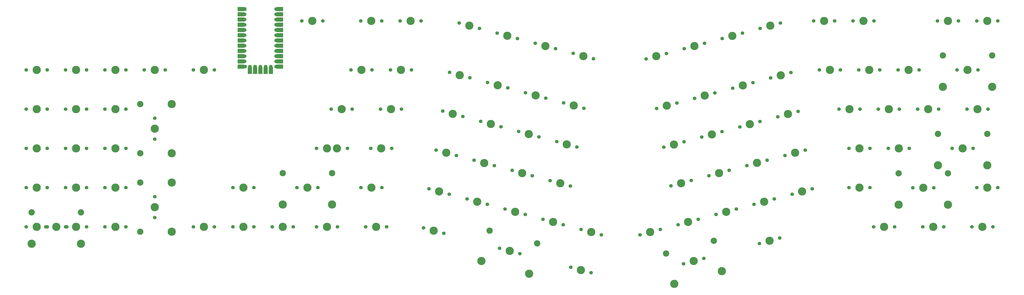
<source format=gbr>
%TF.GenerationSoftware,KiCad,Pcbnew,(5.1.10)-1*%
%TF.CreationDate,2021-06-20T14:11:50-07:00*%
%TF.ProjectId,HSC_Alice,4853435f-416c-4696-9365-2e6b69636164,rev?*%
%TF.SameCoordinates,Original*%
%TF.FileFunction,Soldermask,Top*%
%TF.FilePolarity,Negative*%
%FSLAX46Y46*%
G04 Gerber Fmt 4.6, Leading zero omitted, Abs format (unit mm)*
G04 Created by KiCad (PCBNEW (5.1.10)-1) date 2021-06-20 14:11:50*
%MOMM*%
%LPD*%
G01*
G04 APERTURE LIST*
%ADD10C,1.750000*%
%ADD11C,3.987800*%
%ADD12C,3.048000*%
%ADD13R,2.000000X3.250000*%
%ADD14R,3.250000X2.000000*%
%ADD15C,1.752600*%
%ADD16R,1.752600X1.752600*%
G04 APERTURE END LIST*
D10*
%TO.C,MX16*%
X-613283000Y-145288000D03*
X-623443000Y-145288000D03*
D11*
X-618363000Y-145288000D03*
%TD*%
D10*
%TO.C,MX54*%
X-388018055Y-186622695D03*
X-397831861Y-183993093D03*
D11*
X-392924958Y-185307894D03*
%TD*%
%TO.C,MX95*%
X-215207600Y-153593800D03*
X-239083600Y-153593800D03*
D12*
X-215207600Y-138353800D03*
X-239083600Y-138353800D03*
D10*
X-222065600Y-145338800D03*
X-232225600Y-145338800D03*
D11*
X-227145600Y-145338800D03*
%TD*%
D10*
%TO.C,MX105*%
X-195878200Y-107213400D03*
X-206038200Y-107213400D03*
D11*
X-200958200Y-107213400D03*
%TD*%
%TO.C,MX48*%
X-418061929Y-187128299D03*
X-441124374Y-180948736D03*
D12*
X-414117526Y-172407590D03*
X-437179971Y-166228026D03*
D10*
X-422549697Y-177379601D03*
X-432363503Y-174749999D03*
D11*
X-427456600Y-176064800D03*
%TD*%
%TO.C,MX29*%
X-513461000Y-153543000D03*
X-537337000Y-153543000D03*
D12*
X-513461000Y-138303000D03*
X-537337000Y-138303000D03*
D10*
X-520319000Y-145288000D03*
X-530479000Y-145288000D03*
D11*
X-525399000Y-145288000D03*
%TD*%
D10*
%TO.C,MX28*%
X-505968000Y-126238000D03*
X-516128000Y-126238000D03*
D11*
X-511048000Y-126238000D03*
%TD*%
D10*
%TO.C,MX6*%
X-651383000Y-164338000D03*
X-661543000Y-164338000D03*
D11*
X-656463000Y-164338000D03*
%TD*%
D13*
%TO.C,U2*%
X-543077400Y-88442800D03*
X-545617400Y-88442800D03*
X-548157400Y-88442800D03*
X-550697400Y-88442800D03*
X-553237400Y-88442800D03*
D14*
X-538759400Y-58597800D03*
X-538759400Y-61137800D03*
X-538759400Y-63677800D03*
X-538759400Y-66217800D03*
X-538759400Y-68757800D03*
X-538759400Y-71297800D03*
X-538759400Y-73837800D03*
X-538759400Y-76377800D03*
X-538759400Y-78917800D03*
X-538759400Y-81457800D03*
X-538759400Y-83997800D03*
X-538759400Y-86537800D03*
X-557555400Y-86537800D03*
X-557555400Y-83997800D03*
X-557555400Y-81457800D03*
X-557555400Y-78917800D03*
X-557555400Y-76377800D03*
X-557555400Y-73837800D03*
X-557555400Y-71297800D03*
X-557555400Y-68757800D03*
X-557555400Y-66217800D03*
X-557555400Y-63677800D03*
X-557555400Y-61137800D03*
X-557555400Y-58597800D03*
D15*
X-553237400Y-86537800D03*
X-550697400Y-86537800D03*
X-548157400Y-86537800D03*
X-545617400Y-86537800D03*
X-543077400Y-86537800D03*
X-540537400Y-58597800D03*
X-555548800Y-86537800D03*
X-540537400Y-61137800D03*
X-540537400Y-63677800D03*
X-540537400Y-66217800D03*
X-540537400Y-68757800D03*
X-540537400Y-71297800D03*
X-540537400Y-73837800D03*
X-540537400Y-76377800D03*
X-540537400Y-78917800D03*
X-540537400Y-81457800D03*
X-540537400Y-83997800D03*
X-540537400Y-86537800D03*
X-555777400Y-83997800D03*
X-555777400Y-81457800D03*
X-555777400Y-78917800D03*
X-555777400Y-76377800D03*
X-555777400Y-73837800D03*
X-555777400Y-71297800D03*
X-555777400Y-68757800D03*
X-555777400Y-66217800D03*
X-555777400Y-63677800D03*
X-555777400Y-61137800D03*
D16*
X-555777400Y-58597800D03*
%TD*%
D11*
%TO.C,MX104*%
X-193795400Y-96393000D03*
X-217671400Y-96393000D03*
D12*
X-193795400Y-81153000D03*
X-217671400Y-81153000D03*
D10*
X-200653400Y-88138000D03*
X-210813400Y-88138000D03*
D11*
X-205733400Y-88138000D03*
%TD*%
D10*
%TO.C,MX103*%
X-191103000Y-64325500D03*
X-201263000Y-64325500D03*
D11*
X-196183000Y-64325500D03*
%TD*%
D10*
%TO.C,MX102*%
X-191103000Y-145288000D03*
X-201263000Y-145288000D03*
D11*
X-196183000Y-145288000D03*
%TD*%
%TO.C,MX101*%
X-196163400Y-134493000D03*
X-220039400Y-134493000D03*
D12*
X-196163400Y-119253000D03*
X-220039400Y-119253000D03*
D10*
X-203021400Y-126238000D03*
X-213181400Y-126238000D03*
D11*
X-208101400Y-126238000D03*
%TD*%
D10*
%TO.C,MX99*%
X-219703400Y-107213400D03*
X-229863400Y-107213400D03*
D11*
X-224783400Y-107213400D03*
%TD*%
D10*
%TO.C,MX98*%
X-229228400Y-88163400D03*
X-239388400Y-88163400D03*
D11*
X-234308400Y-88163400D03*
%TD*%
D10*
%TO.C,MX97*%
X-210153000Y-64325500D03*
X-220313000Y-64325500D03*
D11*
X-215233000Y-64325500D03*
%TD*%
D10*
%TO.C,MX96*%
X-193469000Y-164363400D03*
X-203629000Y-164363400D03*
D11*
X-198549000Y-164363400D03*
%TD*%
D10*
%TO.C,MX94*%
X-233952800Y-126212600D03*
X-244112800Y-126212600D03*
D11*
X-239032800Y-126212600D03*
%TD*%
D10*
%TO.C,MX93*%
X-238753400Y-107213400D03*
X-248913400Y-107213400D03*
D11*
X-243833400Y-107213400D03*
%TD*%
D10*
%TO.C,MX92*%
X-248278400Y-88163400D03*
X-258438400Y-88163400D03*
D11*
X-253358400Y-88163400D03*
%TD*%
D10*
%TO.C,MX91*%
X-251021600Y-64325500D03*
X-261181600Y-64325500D03*
D11*
X-256101600Y-64325500D03*
%TD*%
D10*
%TO.C,MX90*%
X-217268800Y-164363400D03*
X-227428800Y-164363400D03*
D11*
X-222348800Y-164363400D03*
%TD*%
D10*
%TO.C,MX89*%
X-253028200Y-145262600D03*
X-263188200Y-145262600D03*
D11*
X-258108200Y-145262600D03*
%TD*%
D10*
%TO.C,MX88*%
X-253002800Y-126212600D03*
X-263162800Y-126212600D03*
D11*
X-258082800Y-126212600D03*
%TD*%
D10*
%TO.C,MX87*%
X-257828800Y-107213400D03*
X-267988800Y-107213400D03*
D11*
X-262908800Y-107213400D03*
%TD*%
D10*
%TO.C,MX86*%
X-267328400Y-88163400D03*
X-277488400Y-88163400D03*
D11*
X-272408400Y-88163400D03*
%TD*%
D10*
%TO.C,MX85*%
X-270071600Y-64325500D03*
X-280231600Y-64325500D03*
D11*
X-275151600Y-64325500D03*
%TD*%
D10*
%TO.C,MX84*%
X-241064800Y-164363400D03*
X-251224800Y-164363400D03*
D11*
X-246144800Y-164363400D03*
%TD*%
D10*
%TO.C,MX83*%
X-280909009Y-145870199D03*
X-290722815Y-148499801D03*
D11*
X-285815912Y-147185000D03*
%TD*%
D10*
%TO.C,MX82*%
X-284368439Y-127044493D03*
X-294182245Y-129674095D03*
D11*
X-289275342Y-128359294D03*
%TD*%
D10*
%TO.C,MX81*%
X-287822839Y-108248493D03*
X-297636645Y-110878095D03*
D11*
X-292729742Y-109563294D03*
%TD*%
D10*
%TO.C,MX80*%
X-291277239Y-89427093D03*
X-301091045Y-92056695D03*
D11*
X-296184142Y-90741894D03*
%TD*%
D10*
%TO.C,MX79*%
X-296336889Y-65350293D03*
X-306150695Y-67979895D03*
D11*
X-301243792Y-66665094D03*
%TD*%
D10*
%TO.C,MX78*%
X-296670124Y-169799194D03*
X-306483930Y-172428796D03*
D11*
X-301577027Y-171113995D03*
%TD*%
D10*
%TO.C,MX77*%
X-299309895Y-150800701D03*
X-309123701Y-153430303D03*
D11*
X-304216798Y-152115502D03*
%TD*%
D10*
%TO.C,MX76*%
X-302769325Y-131974995D03*
X-312583131Y-134604597D03*
D11*
X-307676228Y-133289796D03*
%TD*%
D10*
%TO.C,MX75*%
X-306223725Y-113178995D03*
X-316037531Y-115808597D03*
D11*
X-311130628Y-114493796D03*
%TD*%
D10*
%TO.C,MX74*%
X-309678125Y-94357595D03*
X-319491931Y-96987197D03*
D11*
X-314585028Y-95672396D03*
%TD*%
D10*
%TO.C,MX73*%
X-314737775Y-70280795D03*
X-324551581Y-72910397D03*
D11*
X-319644678Y-71595596D03*
%TD*%
%TO.C,MX72*%
X-324711026Y-185858936D03*
X-347773471Y-192038499D03*
D12*
X-328655429Y-171138226D03*
X-351717874Y-177317790D03*
D10*
X-333471897Y-179660199D03*
X-343285703Y-182289801D03*
D11*
X-338378800Y-180975000D03*
%TD*%
D10*
%TO.C,MX71*%
X-317710781Y-155731203D03*
X-327524587Y-158360805D03*
D11*
X-322617684Y-157046004D03*
%TD*%
D10*
%TO.C,MX70*%
X-321170211Y-136905497D03*
X-330984017Y-139535099D03*
D11*
X-326077114Y-138220298D03*
%TD*%
D10*
%TO.C,MX69*%
X-324624611Y-118109497D03*
X-334438417Y-120739099D03*
D11*
X-329531514Y-119424298D03*
%TD*%
D10*
%TO.C,MX68*%
X-328079011Y-99288097D03*
X-337892817Y-101917699D03*
D11*
X-332985914Y-100602898D03*
%TD*%
D10*
%TO.C,MX67*%
X-333138661Y-75211297D03*
X-342952467Y-77840899D03*
D11*
X-338045564Y-76526098D03*
%TD*%
D10*
%TO.C,MX66*%
X-354512553Y-165592207D03*
X-364326359Y-168221809D03*
D11*
X-359419456Y-166907008D03*
%TD*%
D10*
%TO.C,MX65*%
X-336111667Y-160661705D03*
X-345925473Y-163291307D03*
D11*
X-341018570Y-161976506D03*
%TD*%
%TO.C,MX64*%
X-344478000Y-143150800D03*
D10*
X-349384903Y-144465601D03*
X-339571097Y-141835999D03*
%TD*%
D11*
%TO.C,MX63*%
X-347932400Y-124354800D03*
D10*
X-352839303Y-125669601D03*
X-343025497Y-123039999D03*
%TD*%
%TO.C,MX62*%
X-346479897Y-104218599D03*
X-356293703Y-106848201D03*
D11*
X-351386800Y-105533400D03*
%TD*%
D10*
%TO.C,MX61*%
X-351539547Y-80141799D03*
X-361353353Y-82771401D03*
D11*
X-356446450Y-81456600D03*
%TD*%
D10*
%TO.C,MX60*%
X-383087553Y-168221809D03*
X-392901359Y-165592207D03*
D11*
X-387994456Y-166907008D03*
%TD*%
D10*
%TO.C,MX59*%
X-401488439Y-163291307D03*
X-411302245Y-160661705D03*
D11*
X-406395342Y-161976506D03*
%TD*%
D10*
%TO.C,MX58*%
X-398059439Y-144495307D03*
X-407873245Y-141865705D03*
D11*
X-402966342Y-143180506D03*
%TD*%
D10*
%TO.C,MX57*%
X-394871202Y-125572307D03*
X-404685008Y-122942705D03*
D11*
X-399778105Y-124257506D03*
%TD*%
D10*
%TO.C,MX56*%
X-391563205Y-106759304D03*
X-401377011Y-104129702D03*
D11*
X-396470108Y-105444503D03*
%TD*%
D10*
%TO.C,MX55*%
X-386864205Y-82756804D03*
X-396678011Y-80127202D03*
D11*
X-391771108Y-81442003D03*
%TD*%
D10*
%TO.C,MX53*%
X-419889325Y-158360805D03*
X-429703131Y-155731203D03*
D11*
X-424796228Y-157046004D03*
%TD*%
D10*
%TO.C,MX52*%
X-416460325Y-139564805D03*
X-426274131Y-136935203D03*
D11*
X-421367228Y-138250004D03*
%TD*%
D10*
%TO.C,MX51*%
X-413272088Y-120641805D03*
X-423085894Y-118012203D03*
D11*
X-418178991Y-119327004D03*
%TD*%
D10*
%TO.C,MX50*%
X-409964091Y-101828802D03*
X-419777897Y-99199200D03*
D11*
X-414870994Y-100514001D03*
%TD*%
D10*
%TO.C,MX49*%
X-405265091Y-77826302D03*
X-415078897Y-75196700D03*
D11*
X-410171994Y-76511501D03*
%TD*%
%TO.C,MX47*%
X-443197114Y-152115502D03*
D10*
X-448104017Y-150800701D03*
X-438290211Y-153430303D03*
%TD*%
D11*
%TO.C,MX46*%
X-439768114Y-133319502D03*
D10*
X-444675017Y-132004701D03*
X-434861211Y-134634303D03*
%TD*%
D11*
%TO.C,MX45*%
X-436579877Y-114396502D03*
D10*
X-441486780Y-113081701D03*
X-431672974Y-115711303D03*
%TD*%
%TO.C,MX44*%
X-428364977Y-96898300D03*
X-438178783Y-94268698D03*
D11*
X-433271880Y-95583499D03*
%TD*%
D10*
%TO.C,MX43*%
X-423665977Y-72895800D03*
X-433479783Y-70266198D03*
D11*
X-428572880Y-71580999D03*
%TD*%
D10*
%TO.C,MX42*%
X-459379697Y-167499001D03*
X-469193503Y-164869399D03*
D11*
X-464286600Y-166184200D03*
%TD*%
D10*
%TO.C,MX41*%
X-456691097Y-148499801D03*
X-466504903Y-145870199D03*
D11*
X-461598000Y-147185000D03*
%TD*%
D10*
%TO.C,MX40*%
X-453262097Y-129703801D03*
X-463075903Y-127074199D03*
D11*
X-458169000Y-128389000D03*
%TD*%
D10*
%TO.C,MX39*%
X-450073860Y-110780801D03*
X-459887666Y-108151199D03*
D11*
X-454980763Y-109466000D03*
%TD*%
D10*
%TO.C,MX38*%
X-446765863Y-91967798D03*
X-456579669Y-89338196D03*
D11*
X-451672766Y-90652997D03*
%TD*%
D10*
%TO.C,MX37*%
X-442066863Y-67965298D03*
X-451880669Y-65335696D03*
D11*
X-446973766Y-66650497D03*
%TD*%
D10*
%TO.C,MX36*%
X-487045000Y-164338000D03*
X-497205000Y-164338000D03*
D11*
X-492125000Y-164338000D03*
%TD*%
D10*
%TO.C,MX35*%
X-489331000Y-145288000D03*
X-499491000Y-145288000D03*
D11*
X-494411000Y-145288000D03*
%TD*%
D10*
%TO.C,MX34*%
X-484568500Y-126238000D03*
X-494728500Y-126238000D03*
D11*
X-489648500Y-126238000D03*
%TD*%
D10*
%TO.C,MX33*%
X-479806000Y-107188000D03*
X-489966000Y-107188000D03*
D11*
X-484886000Y-107188000D03*
%TD*%
D10*
%TO.C,MX32*%
X-475043500Y-88138000D03*
X-485203500Y-88138000D03*
D11*
X-480123500Y-88138000D03*
%TD*%
D10*
%TO.C,MX31*%
X-470344500Y-64325500D03*
X-480504500Y-64325500D03*
D11*
X-475424500Y-64325500D03*
%TD*%
D10*
%TO.C,MX30*%
X-510794000Y-164338000D03*
X-520954000Y-164338000D03*
D11*
X-515874000Y-164338000D03*
%TD*%
D10*
%TO.C,MX28*%
X-510794000Y-126238000D03*
X-520954000Y-126238000D03*
D11*
X-515874000Y-126238000D03*
%TD*%
D10*
%TO.C,MX27*%
X-503682000Y-107188000D03*
X-513842000Y-107188000D03*
D11*
X-508762000Y-107188000D03*
%TD*%
D10*
%TO.C,MX26*%
X-494157000Y-88138000D03*
X-504317000Y-88138000D03*
D11*
X-499237000Y-88138000D03*
%TD*%
D10*
%TO.C,MX25*%
X-489394500Y-64325500D03*
X-499554500Y-64325500D03*
D11*
X-494474500Y-64325500D03*
%TD*%
D10*
%TO.C,MX24*%
X-532257000Y-164338000D03*
X-542417000Y-164338000D03*
D11*
X-537337000Y-164338000D03*
%TD*%
D10*
%TO.C,MX23*%
X-551307000Y-164338000D03*
X-561467000Y-164338000D03*
D11*
X-556387000Y-164338000D03*
%TD*%
D10*
%TO.C,MX22*%
X-570420500Y-164338000D03*
X-580580500Y-164338000D03*
D11*
X-575500500Y-164338000D03*
%TD*%
D10*
%TO.C,MX21*%
X-551307000Y-145288000D03*
X-561467000Y-145288000D03*
D11*
X-556387000Y-145288000D03*
%TD*%
D10*
%TO.C,MX20*%
X-570420500Y-88138000D03*
X-580580500Y-88138000D03*
D11*
X-575500500Y-88138000D03*
%TD*%
D10*
%TO.C,MX19*%
X-517969500Y-64325500D03*
X-528129500Y-64325500D03*
D11*
X-523049500Y-64325500D03*
%TD*%
%TO.C,MX18*%
X-591058000Y-142875000D03*
X-591058000Y-166751000D03*
D12*
X-606298000Y-142875000D03*
X-606298000Y-166751000D03*
D10*
X-599313000Y-149733000D03*
X-599313000Y-159893000D03*
D11*
X-599313000Y-154813000D03*
%TD*%
D10*
%TO.C,MX17*%
X-613283000Y-164338000D03*
X-623443000Y-164338000D03*
D11*
X-618363000Y-164338000D03*
%TD*%
D10*
%TO.C,MX15*%
X-613283000Y-126238000D03*
X-623443000Y-126238000D03*
D11*
X-618363000Y-126238000D03*
%TD*%
%TO.C,MX14*%
X-591058000Y-104775000D03*
X-591058000Y-128651000D03*
D12*
X-606298000Y-104775000D03*
X-606298000Y-128651000D03*
D10*
X-599313000Y-111633000D03*
X-599313000Y-121793000D03*
D11*
X-599313000Y-116713000D03*
%TD*%
D10*
%TO.C,MX13*%
X-594233000Y-88138000D03*
X-604393000Y-88138000D03*
D11*
X-599313000Y-88138000D03*
%TD*%
D10*
%TO.C,MX12*%
X-632333000Y-164338000D03*
X-642493000Y-164338000D03*
D11*
X-637413000Y-164338000D03*
%TD*%
D10*
%TO.C,MX11*%
X-632333000Y-145288000D03*
X-642493000Y-145288000D03*
D11*
X-637413000Y-145288000D03*
%TD*%
D10*
%TO.C,MX10*%
X-632333000Y-126238000D03*
X-642493000Y-126238000D03*
D11*
X-637413000Y-126238000D03*
%TD*%
D10*
%TO.C,MX9*%
X-632333000Y-107188000D03*
X-642493000Y-107188000D03*
D11*
X-637413000Y-107188000D03*
%TD*%
D10*
%TO.C,MX8*%
X-613283000Y-107188000D03*
X-623443000Y-107188000D03*
D11*
X-618363000Y-107188000D03*
%TD*%
D10*
%TO.C,MX7*%
X-613283000Y-88138000D03*
X-623443000Y-88138000D03*
D11*
X-618363000Y-88138000D03*
%TD*%
%TO.C,MX6*%
X-635000000Y-172593000D03*
X-658876000Y-172593000D03*
D12*
X-635000000Y-157353000D03*
X-658876000Y-157353000D03*
D10*
X-641858000Y-164338000D03*
X-652018000Y-164338000D03*
D11*
X-646938000Y-164338000D03*
%TD*%
D10*
%TO.C,MX5*%
X-651383000Y-145288000D03*
X-661543000Y-145288000D03*
D11*
X-656463000Y-145288000D03*
%TD*%
D10*
%TO.C,MX4*%
X-651383000Y-126238000D03*
X-661543000Y-126238000D03*
D11*
X-656463000Y-126238000D03*
%TD*%
D10*
%TO.C,MX3*%
X-651383000Y-107188000D03*
X-661543000Y-107188000D03*
D11*
X-656463000Y-107188000D03*
%TD*%
D10*
%TO.C,MX2*%
X-651383000Y-88138000D03*
X-661543000Y-88138000D03*
D11*
X-656463000Y-88138000D03*
%TD*%
D10*
%TO.C,MX1*%
X-632333000Y-88138000D03*
X-642493000Y-88138000D03*
D11*
X-637413000Y-88138000D03*
%TD*%
M02*

</source>
